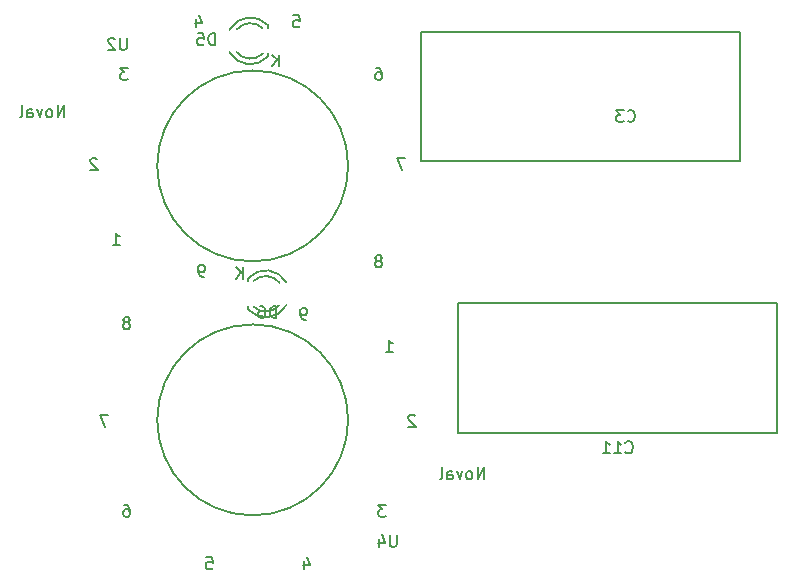
<source format=gbo>
G04 #@! TF.FileFunction,Legend,Bot*
%FSLAX46Y46*%
G04 Gerber Fmt 4.6, Leading zero omitted, Abs format (unit mm)*
G04 Created by KiCad (PCBNEW (2015-04-22 BZR 5620)-product) date 07/05/2015 20:47:48*
%MOMM*%
G01*
G04 APERTURE LIST*
%ADD10C,0.100000*%
%ADD11C,0.150000*%
G04 APERTURE END LIST*
D10*
D11*
X115806231Y-87380000D02*
G75*
G03X115806231Y-87380000I-8082231J0D01*
G01*
X115806231Y-108880000D02*
G75*
G03X115806231Y-108880000I-8082231J0D01*
G01*
X125148000Y-110000000D02*
X152148000Y-110000000D01*
X152148000Y-110000000D02*
X152148000Y-99000000D01*
X152148000Y-99000000D02*
X125148000Y-99000000D01*
X125148000Y-99000000D02*
X125148000Y-110000000D01*
X122000000Y-87000000D02*
X149000000Y-87000000D01*
X149000000Y-87000000D02*
X149000000Y-76000000D01*
X149000000Y-76000000D02*
X122000000Y-76000000D01*
X122000000Y-76000000D02*
X122000000Y-87000000D01*
X109030000Y-78080000D02*
X109030000Y-77860000D01*
X109030000Y-75480000D02*
X109030000Y-75730000D01*
X105776576Y-75841928D02*
G75*
G02X109030000Y-75480000I1753424J-958072D01*
G01*
X106387065Y-75818472D02*
G75*
G02X108570000Y-75710000I1142935J-981528D01*
G01*
X109017220Y-78106726D02*
G75*
G02X105780000Y-77760000I-1497220J1306726D01*
G01*
X108577812Y-77874518D02*
G75*
G02X106360000Y-77740000I-1047812J1074518D01*
G01*
X107330000Y-96920000D02*
X107330000Y-97140000D01*
X107330000Y-99520000D02*
X107330000Y-99270000D01*
X110583424Y-99158072D02*
G75*
G02X107330000Y-99520000I-1753424J958072D01*
G01*
X109972935Y-99181528D02*
G75*
G02X107790000Y-99290000I-1142935J981528D01*
G01*
X107342780Y-96893274D02*
G75*
G02X110580000Y-97240000I1497220J-1306726D01*
G01*
X107782188Y-97125482D02*
G75*
G02X110000000Y-97260000I1047812J-1074518D01*
G01*
X97055905Y-76545381D02*
X97055905Y-77354905D01*
X97008286Y-77450143D01*
X96960667Y-77497762D01*
X96865429Y-77545381D01*
X96674952Y-77545381D01*
X96579714Y-77497762D01*
X96532095Y-77450143D01*
X96484476Y-77354905D01*
X96484476Y-76545381D01*
X96055905Y-76640619D02*
X96008286Y-76593000D01*
X95913048Y-76545381D01*
X95674952Y-76545381D01*
X95579714Y-76593000D01*
X95532095Y-76640619D01*
X95484476Y-76735857D01*
X95484476Y-76831095D01*
X95532095Y-76973952D01*
X96103524Y-77545381D01*
X95484476Y-77545381D01*
X95881285Y-94055381D02*
X96452714Y-94055381D01*
X96167000Y-94055381D02*
X96167000Y-93055381D01*
X96262238Y-93198238D01*
X96357476Y-93293476D01*
X96452714Y-93341095D01*
X94547714Y-86800619D02*
X94500095Y-86753000D01*
X94404857Y-86705381D01*
X94166761Y-86705381D01*
X94071523Y-86753000D01*
X94023904Y-86800619D01*
X93976285Y-86895857D01*
X93976285Y-86991095D01*
X94023904Y-87133952D01*
X94595333Y-87705381D01*
X93976285Y-87705381D01*
X97135333Y-79085381D02*
X96516285Y-79085381D01*
X96849619Y-79466333D01*
X96706761Y-79466333D01*
X96611523Y-79513952D01*
X96563904Y-79561571D01*
X96516285Y-79656810D01*
X96516285Y-79894905D01*
X96563904Y-79990143D01*
X96611523Y-80037762D01*
X96706761Y-80085381D01*
X96992476Y-80085381D01*
X97087714Y-80037762D01*
X97135333Y-79990143D01*
X102961523Y-74973714D02*
X102961523Y-75640381D01*
X103199619Y-74592762D02*
X103437714Y-75307048D01*
X102818666Y-75307048D01*
X111168904Y-74640381D02*
X111645095Y-74640381D01*
X111692714Y-75116571D01*
X111645095Y-75068952D01*
X111549857Y-75021333D01*
X111311761Y-75021333D01*
X111216523Y-75068952D01*
X111168904Y-75116571D01*
X111121285Y-75211810D01*
X111121285Y-75449905D01*
X111168904Y-75545143D01*
X111216523Y-75592762D01*
X111311761Y-75640381D01*
X111549857Y-75640381D01*
X111645095Y-75592762D01*
X111692714Y-75545143D01*
X118201523Y-79085381D02*
X118392000Y-79085381D01*
X118487238Y-79133000D01*
X118534857Y-79180619D01*
X118630095Y-79323476D01*
X118677714Y-79513952D01*
X118677714Y-79894905D01*
X118630095Y-79990143D01*
X118582476Y-80037762D01*
X118487238Y-80085381D01*
X118296761Y-80085381D01*
X118201523Y-80037762D01*
X118153904Y-79990143D01*
X118106285Y-79894905D01*
X118106285Y-79656810D01*
X118153904Y-79561571D01*
X118201523Y-79513952D01*
X118296761Y-79466333D01*
X118487238Y-79466333D01*
X118582476Y-79513952D01*
X118630095Y-79561571D01*
X118677714Y-79656810D01*
X120630333Y-86705381D02*
X119963666Y-86705381D01*
X120392238Y-87705381D01*
X118487238Y-95388952D02*
X118582476Y-95341333D01*
X118630095Y-95293714D01*
X118677714Y-95198476D01*
X118677714Y-95150857D01*
X118630095Y-95055619D01*
X118582476Y-95008000D01*
X118487238Y-94960381D01*
X118296761Y-94960381D01*
X118201523Y-95008000D01*
X118153904Y-95055619D01*
X118106285Y-95150857D01*
X118106285Y-95198476D01*
X118153904Y-95293714D01*
X118201523Y-95341333D01*
X118296761Y-95388952D01*
X118487238Y-95388952D01*
X118582476Y-95436571D01*
X118630095Y-95484190D01*
X118677714Y-95579429D01*
X118677714Y-95769905D01*
X118630095Y-95865143D01*
X118582476Y-95912762D01*
X118487238Y-95960381D01*
X118296761Y-95960381D01*
X118201523Y-95912762D01*
X118153904Y-95865143D01*
X118106285Y-95769905D01*
X118106285Y-95579429D01*
X118153904Y-95484190D01*
X118201523Y-95436571D01*
X118296761Y-95388952D01*
X112232476Y-100405381D02*
X112042000Y-100405381D01*
X111946761Y-100357762D01*
X111899142Y-100310143D01*
X111803904Y-100167286D01*
X111756285Y-99976810D01*
X111756285Y-99595857D01*
X111803904Y-99500619D01*
X111851523Y-99453000D01*
X111946761Y-99405381D01*
X112137238Y-99405381D01*
X112232476Y-99453000D01*
X112280095Y-99500619D01*
X112327714Y-99595857D01*
X112327714Y-99833952D01*
X112280095Y-99929190D01*
X112232476Y-99976810D01*
X112137238Y-100024429D01*
X111946761Y-100024429D01*
X111851523Y-99976810D01*
X111803904Y-99929190D01*
X111756285Y-99833952D01*
X91777334Y-83260381D02*
X91777334Y-82260381D01*
X91205905Y-83260381D01*
X91205905Y-82260381D01*
X90586858Y-83260381D02*
X90682096Y-83212762D01*
X90729715Y-83165143D01*
X90777334Y-83069905D01*
X90777334Y-82784190D01*
X90729715Y-82688952D01*
X90682096Y-82641333D01*
X90586858Y-82593714D01*
X90444000Y-82593714D01*
X90348762Y-82641333D01*
X90301143Y-82688952D01*
X90253524Y-82784190D01*
X90253524Y-83069905D01*
X90301143Y-83165143D01*
X90348762Y-83212762D01*
X90444000Y-83260381D01*
X90586858Y-83260381D01*
X89920191Y-82593714D02*
X89682096Y-83260381D01*
X89444000Y-82593714D01*
X88634476Y-83260381D02*
X88634476Y-82736571D01*
X88682095Y-82641333D01*
X88777333Y-82593714D01*
X88967810Y-82593714D01*
X89063048Y-82641333D01*
X88634476Y-83212762D02*
X88729714Y-83260381D01*
X88967810Y-83260381D01*
X89063048Y-83212762D01*
X89110667Y-83117524D01*
X89110667Y-83022286D01*
X89063048Y-82927048D01*
X88967810Y-82879429D01*
X88729714Y-82879429D01*
X88634476Y-82831810D01*
X88015429Y-83260381D02*
X88110667Y-83212762D01*
X88158286Y-83117524D01*
X88158286Y-82260381D01*
X119915905Y-118619381D02*
X119915905Y-119428905D01*
X119868286Y-119524143D01*
X119820667Y-119571762D01*
X119725429Y-119619381D01*
X119534952Y-119619381D01*
X119439714Y-119571762D01*
X119392095Y-119524143D01*
X119344476Y-119428905D01*
X119344476Y-118619381D01*
X118439714Y-118952714D02*
X118439714Y-119619381D01*
X118677810Y-118571762D02*
X118915905Y-119286048D01*
X118296857Y-119286048D01*
X118995285Y-103109381D02*
X119566714Y-103109381D01*
X119281000Y-103109381D02*
X119281000Y-102109381D01*
X119376238Y-102252238D01*
X119471476Y-102347476D01*
X119566714Y-102395095D01*
X121471714Y-108554619D02*
X121424095Y-108507000D01*
X121328857Y-108459381D01*
X121090761Y-108459381D01*
X120995523Y-108507000D01*
X120947904Y-108554619D01*
X120900285Y-108649857D01*
X120900285Y-108745095D01*
X120947904Y-108887952D01*
X121519333Y-109459381D01*
X120900285Y-109459381D01*
X118979333Y-116079381D02*
X118360285Y-116079381D01*
X118693619Y-116460333D01*
X118550761Y-116460333D01*
X118455523Y-116507952D01*
X118407904Y-116555571D01*
X118360285Y-116650810D01*
X118360285Y-116888905D01*
X118407904Y-116984143D01*
X118455523Y-117031762D01*
X118550761Y-117079381D01*
X118836476Y-117079381D01*
X118931714Y-117031762D01*
X118979333Y-116984143D01*
X112105523Y-120857714D02*
X112105523Y-121524381D01*
X112343619Y-120476762D02*
X112581714Y-121191048D01*
X111962666Y-121191048D01*
X103802904Y-120524381D02*
X104279095Y-120524381D01*
X104326714Y-121000571D01*
X104279095Y-120952952D01*
X104183857Y-120905333D01*
X103945761Y-120905333D01*
X103850523Y-120952952D01*
X103802904Y-121000571D01*
X103755285Y-121095810D01*
X103755285Y-121333905D01*
X103802904Y-121429143D01*
X103850523Y-121476762D01*
X103945761Y-121524381D01*
X104183857Y-121524381D01*
X104279095Y-121476762D01*
X104326714Y-121429143D01*
X96865523Y-116079381D02*
X97056000Y-116079381D01*
X97151238Y-116127000D01*
X97198857Y-116174619D01*
X97294095Y-116317476D01*
X97341714Y-116507952D01*
X97341714Y-116888905D01*
X97294095Y-116984143D01*
X97246476Y-117031762D01*
X97151238Y-117079381D01*
X96960761Y-117079381D01*
X96865523Y-117031762D01*
X96817904Y-116984143D01*
X96770285Y-116888905D01*
X96770285Y-116650810D01*
X96817904Y-116555571D01*
X96865523Y-116507952D01*
X96960761Y-116460333D01*
X97151238Y-116460333D01*
X97246476Y-116507952D01*
X97294095Y-116555571D01*
X97341714Y-116650810D01*
X95484333Y-108459381D02*
X94817666Y-108459381D01*
X95246238Y-109459381D01*
X97151238Y-100632952D02*
X97246476Y-100585333D01*
X97294095Y-100537714D01*
X97341714Y-100442476D01*
X97341714Y-100394857D01*
X97294095Y-100299619D01*
X97246476Y-100252000D01*
X97151238Y-100204381D01*
X96960761Y-100204381D01*
X96865523Y-100252000D01*
X96817904Y-100299619D01*
X96770285Y-100394857D01*
X96770285Y-100442476D01*
X96817904Y-100537714D01*
X96865523Y-100585333D01*
X96960761Y-100632952D01*
X97151238Y-100632952D01*
X97246476Y-100680571D01*
X97294095Y-100728190D01*
X97341714Y-100823429D01*
X97341714Y-101013905D01*
X97294095Y-101109143D01*
X97246476Y-101156762D01*
X97151238Y-101204381D01*
X96960761Y-101204381D01*
X96865523Y-101156762D01*
X96817904Y-101109143D01*
X96770285Y-101013905D01*
X96770285Y-100823429D01*
X96817904Y-100728190D01*
X96865523Y-100680571D01*
X96960761Y-100632952D01*
X103596476Y-96759381D02*
X103406000Y-96759381D01*
X103310761Y-96711762D01*
X103263142Y-96664143D01*
X103167904Y-96521286D01*
X103120285Y-96330810D01*
X103120285Y-95949857D01*
X103167904Y-95854619D01*
X103215523Y-95807000D01*
X103310761Y-95759381D01*
X103501238Y-95759381D01*
X103596476Y-95807000D01*
X103644095Y-95854619D01*
X103691714Y-95949857D01*
X103691714Y-96187952D01*
X103644095Y-96283190D01*
X103596476Y-96330810D01*
X103501238Y-96378429D01*
X103310761Y-96378429D01*
X103215523Y-96330810D01*
X103167904Y-96283190D01*
X103120285Y-96187952D01*
X127337334Y-113904381D02*
X127337334Y-112904381D01*
X126765905Y-113904381D01*
X126765905Y-112904381D01*
X126146858Y-113904381D02*
X126242096Y-113856762D01*
X126289715Y-113809143D01*
X126337334Y-113713905D01*
X126337334Y-113428190D01*
X126289715Y-113332952D01*
X126242096Y-113285333D01*
X126146858Y-113237714D01*
X126004000Y-113237714D01*
X125908762Y-113285333D01*
X125861143Y-113332952D01*
X125813524Y-113428190D01*
X125813524Y-113713905D01*
X125861143Y-113809143D01*
X125908762Y-113856762D01*
X126004000Y-113904381D01*
X126146858Y-113904381D01*
X125480191Y-113237714D02*
X125242096Y-113904381D01*
X125004000Y-113237714D01*
X124194476Y-113904381D02*
X124194476Y-113380571D01*
X124242095Y-113285333D01*
X124337333Y-113237714D01*
X124527810Y-113237714D01*
X124623048Y-113285333D01*
X124194476Y-113856762D02*
X124289714Y-113904381D01*
X124527810Y-113904381D01*
X124623048Y-113856762D01*
X124670667Y-113761524D01*
X124670667Y-113666286D01*
X124623048Y-113571048D01*
X124527810Y-113523429D01*
X124289714Y-113523429D01*
X124194476Y-113475810D01*
X123575429Y-113904381D02*
X123670667Y-113856762D01*
X123718286Y-113761524D01*
X123718286Y-112904381D01*
X139290857Y-111607143D02*
X139338476Y-111654762D01*
X139481333Y-111702381D01*
X139576571Y-111702381D01*
X139719429Y-111654762D01*
X139814667Y-111559524D01*
X139862286Y-111464286D01*
X139909905Y-111273810D01*
X139909905Y-111130952D01*
X139862286Y-110940476D01*
X139814667Y-110845238D01*
X139719429Y-110750000D01*
X139576571Y-110702381D01*
X139481333Y-110702381D01*
X139338476Y-110750000D01*
X139290857Y-110797619D01*
X138338476Y-111702381D02*
X138909905Y-111702381D01*
X138624191Y-111702381D02*
X138624191Y-110702381D01*
X138719429Y-110845238D01*
X138814667Y-110940476D01*
X138909905Y-110988095D01*
X137386095Y-111702381D02*
X137957524Y-111702381D01*
X137671810Y-111702381D02*
X137671810Y-110702381D01*
X137767048Y-110845238D01*
X137862286Y-110940476D01*
X137957524Y-110988095D01*
X139466666Y-83557143D02*
X139514285Y-83604762D01*
X139657142Y-83652381D01*
X139752380Y-83652381D01*
X139895238Y-83604762D01*
X139990476Y-83509524D01*
X140038095Y-83414286D01*
X140085714Y-83223810D01*
X140085714Y-83080952D01*
X140038095Y-82890476D01*
X139990476Y-82795238D01*
X139895238Y-82700000D01*
X139752380Y-82652381D01*
X139657142Y-82652381D01*
X139514285Y-82700000D01*
X139466666Y-82747619D01*
X139133333Y-82652381D02*
X138514285Y-82652381D01*
X138847619Y-83033333D01*
X138704761Y-83033333D01*
X138609523Y-83080952D01*
X138561904Y-83128571D01*
X138514285Y-83223810D01*
X138514285Y-83461905D01*
X138561904Y-83557143D01*
X138609523Y-83604762D01*
X138704761Y-83652381D01*
X138990476Y-83652381D01*
X139085714Y-83604762D01*
X139133333Y-83557143D01*
X104538095Y-77152381D02*
X104538095Y-76152381D01*
X104300000Y-76152381D01*
X104157142Y-76200000D01*
X104061904Y-76295238D01*
X104014285Y-76390476D01*
X103966666Y-76580952D01*
X103966666Y-76723810D01*
X104014285Y-76914286D01*
X104061904Y-77009524D01*
X104157142Y-77104762D01*
X104300000Y-77152381D01*
X104538095Y-77152381D01*
X103061904Y-76152381D02*
X103538095Y-76152381D01*
X103585714Y-76628571D01*
X103538095Y-76580952D01*
X103442857Y-76533333D01*
X103204761Y-76533333D01*
X103109523Y-76580952D01*
X103061904Y-76628571D01*
X103014285Y-76723810D01*
X103014285Y-76961905D01*
X103061904Y-77057143D01*
X103109523Y-77104762D01*
X103204761Y-77152381D01*
X103442857Y-77152381D01*
X103538095Y-77104762D01*
X103585714Y-77057143D01*
X109961905Y-78952381D02*
X109961905Y-77952381D01*
X109390476Y-78952381D02*
X109819048Y-78380952D01*
X109390476Y-77952381D02*
X109961905Y-78523810D01*
X109738095Y-100252381D02*
X109738095Y-99252381D01*
X109500000Y-99252381D01*
X109357142Y-99300000D01*
X109261904Y-99395238D01*
X109214285Y-99490476D01*
X109166666Y-99680952D01*
X109166666Y-99823810D01*
X109214285Y-100014286D01*
X109261904Y-100109524D01*
X109357142Y-100204762D01*
X109500000Y-100252381D01*
X109738095Y-100252381D01*
X108309523Y-99252381D02*
X108500000Y-99252381D01*
X108595238Y-99300000D01*
X108642857Y-99347619D01*
X108738095Y-99490476D01*
X108785714Y-99680952D01*
X108785714Y-100061905D01*
X108738095Y-100157143D01*
X108690476Y-100204762D01*
X108595238Y-100252381D01*
X108404761Y-100252381D01*
X108309523Y-100204762D01*
X108261904Y-100157143D01*
X108214285Y-100061905D01*
X108214285Y-99823810D01*
X108261904Y-99728571D01*
X108309523Y-99680952D01*
X108404761Y-99633333D01*
X108595238Y-99633333D01*
X108690476Y-99680952D01*
X108738095Y-99728571D01*
X108785714Y-99823810D01*
X106921905Y-96952381D02*
X106921905Y-95952381D01*
X106350476Y-96952381D02*
X106779048Y-96380952D01*
X106350476Y-95952381D02*
X106921905Y-96523810D01*
M02*

</source>
